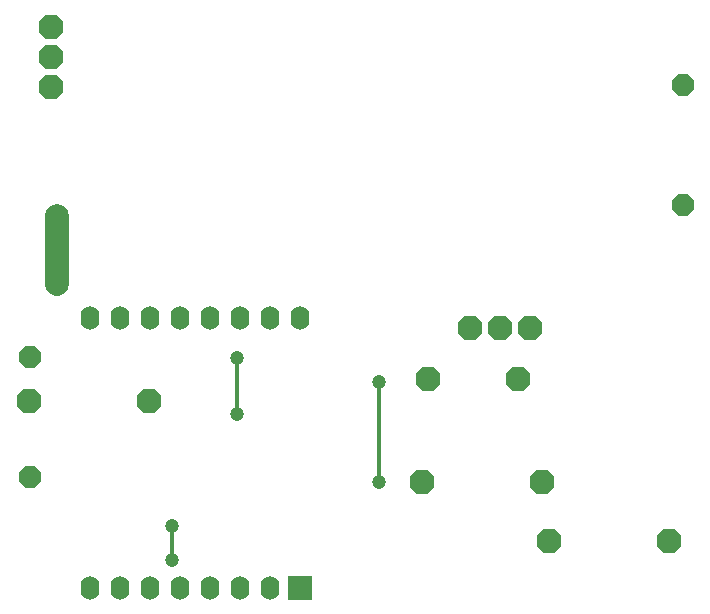
<source format=gbr>
%TF.GenerationSoftware,KiCad,Pcbnew,7.0.7*%
%TF.CreationDate,2023-09-08T08:11:20+02:00*%
%TF.ProjectId,D1Mini_Wuerfel_aktuell,44314d69-6e69-45f5-9775-657266656c5f,rev?*%
%TF.SameCoordinates,Original*%
%TF.FileFunction,Copper,L2,Bot*%
%TF.FilePolarity,Positive*%
%FSLAX46Y46*%
G04 Gerber Fmt 4.6, Leading zero omitted, Abs format (unit mm)*
G04 Created by KiCad (PCBNEW 7.0.7) date 2023-09-08 08:11:20*
%MOMM*%
%LPD*%
G01*
G04 APERTURE LIST*
G04 Aperture macros list*
%AMOutline5P*
0 Free polygon, 5 corners , with rotation*
0 The origin of the aperture is its center*
0 number of corners: always 5*
0 $1 to $10 corner X, Y*
0 $11 Rotation angle, in degrees counterclockwise*
0 create outline with 5 corners*
4,1,5,$1,$2,$3,$4,$5,$6,$7,$8,$9,$10,$1,$2,$11*%
%AMOutline6P*
0 Free polygon, 6 corners , with rotation*
0 The origin of the aperture is its center*
0 number of corners: always 6*
0 $1 to $12 corner X, Y*
0 $13 Rotation angle, in degrees counterclockwise*
0 create outline with 6 corners*
4,1,6,$1,$2,$3,$4,$5,$6,$7,$8,$9,$10,$11,$12,$1,$2,$13*%
%AMOutline7P*
0 Free polygon, 7 corners , with rotation*
0 The origin of the aperture is its center*
0 number of corners: always 7*
0 $1 to $14 corner X, Y*
0 $15 Rotation angle, in degrees counterclockwise*
0 create outline with 7 corners*
4,1,7,$1,$2,$3,$4,$5,$6,$7,$8,$9,$10,$11,$12,$13,$14,$1,$2,$15*%
%AMOutline8P*
0 Free polygon, 8 corners , with rotation*
0 The origin of the aperture is its center*
0 number of corners: always 8*
0 $1 to $16 corner X, Y*
0 $17 Rotation angle, in degrees counterclockwise*
0 create outline with 8 corners*
4,1,8,$1,$2,$3,$4,$5,$6,$7,$8,$9,$10,$11,$12,$13,$14,$15,$16,$1,$2,$17*%
G04 Aperture macros list end*
%TA.AperFunction,ComponentPad*%
%ADD10Outline8P,-1.050000X0.434924X-0.434924X1.050000X0.434924X1.050000X1.050000X0.434924X1.050000X-0.434924X0.434924X-1.050000X-0.434924X-1.050000X-1.050000X-0.434924X180.000000*%
%TD*%
%TA.AperFunction,ComponentPad*%
%ADD11Outline8P,-1.050000X0.434924X-0.434924X1.050000X0.434924X1.050000X1.050000X0.434924X1.050000X-0.434924X0.434924X-1.050000X-0.434924X-1.050000X-1.050000X-0.434924X0.000000*%
%TD*%
%TA.AperFunction,ComponentPad*%
%ADD12Outline8P,-0.900000X0.372792X-0.372792X0.900000X0.372792X0.900000X0.900000X0.372792X0.900000X-0.372792X0.372792X-0.900000X-0.372792X-0.900000X-0.900000X-0.372792X270.000000*%
%TD*%
%TA.AperFunction,ComponentPad*%
%ADD13Outline8P,-0.900000X0.372792X-0.372792X0.900000X0.372792X0.900000X0.900000X0.372792X0.900000X-0.372792X0.372792X-0.900000X-0.372792X-0.900000X-0.900000X-0.372792X90.000000*%
%TD*%
%TA.AperFunction,ComponentPad*%
%ADD14Outline8P,-1.050000X0.434924X-0.434924X1.050000X0.434924X1.050000X1.050000X0.434924X1.050000X-0.434924X0.434924X-1.050000X-0.434924X-1.050000X-1.050000X-0.434924X270.000000*%
%TD*%
%TA.AperFunction,ComponentPad*%
%ADD15R,2.000000X2.000000*%
%TD*%
%TA.AperFunction,ComponentPad*%
%ADD16O,1.600000X2.000000*%
%TD*%
%TA.AperFunction,ViaPad*%
%ADD17C,2.000000*%
%TD*%
%TA.AperFunction,ViaPad*%
%ADD18C,1.200000*%
%TD*%
%TA.AperFunction,Conductor*%
%ADD19C,2.000000*%
%TD*%
%TA.AperFunction,Conductor*%
%ADD20C,0.300000*%
%TD*%
G04 APERTURE END LIST*
D10*
%TO.P,U2,1,+VIN*%
%TO.N,U2_VIN*%
X147540000Y-131000000D03*
%TO.P,U2,2,GND*%
%TO.N,GND*%
X145000000Y-131000000D03*
%TO.P,U2,3,+VOUT*%
%TO.N,+5V*%
X142460000Y-131000000D03*
%TD*%
%TO.P,D26,1,1*%
%TO.N,+5V*%
X146560000Y-135250000D03*
%TO.P,D26,2,2*%
%TO.N,+5VD*%
X138940000Y-135250000D03*
%TD*%
D11*
%TO.P,D28,1,1*%
%TO.N,/D7*%
X149170000Y-149000000D03*
%TO.P,D28,2,2*%
%TO.N,Net-(D27-Pad2)*%
X159330000Y-149000000D03*
%TD*%
D12*
%TO.P,BAT1,1,1*%
%TO.N,+9V*%
X105250000Y-143580000D03*
%TO.P,BAT1,2,2*%
%TO.N,GND*%
X105250000Y-133420000D03*
%TD*%
D13*
%TO.P,R2,1,1*%
%TO.N,/D8*%
X160500000Y-120580000D03*
%TO.P,R2,2,2*%
%TO.N,Net-(D5-DIN)*%
X160500000Y-110420000D03*
%TD*%
D11*
%TO.P,R1_THT1,1,1*%
%TO.N,+9V*%
X105170000Y-137160000D03*
%TO.P,R1_THT1,2,2*%
%TO.N,XFET*%
X115330000Y-137160000D03*
%TD*%
%TO.P,D27,1,1*%
%TO.N,XFET*%
X138420000Y-144000000D03*
%TO.P,D27,2,2*%
%TO.N,Net-(D27-Pad2)*%
X148580000Y-144000000D03*
%TD*%
D14*
%TO.P,K1,1,1*%
%TO.N,+5V*%
X107000000Y-105460000D03*
%TO.P,K1,2,2*%
%TO.N,Net-(D21-DOUT)*%
X107000000Y-108000000D03*
%TO.P,K1,3,3*%
%TO.N,GND*%
X107000000Y-110540000D03*
%TD*%
D15*
%TO.P,U1,1,~{RST}*%
%TO.N,unconnected-(U1-~{RST}-Pad1)*%
X128070000Y-152945000D03*
D16*
%TO.P,U1,2,A0*%
%TO.N,unconnected-(U1-A0-Pad2)*%
X125530000Y-152945000D03*
%TO.P,U1,3,D0*%
%TO.N,unconnected-(U1-D0-Pad3)*%
X122990000Y-152945000D03*
%TO.P,U1,4,SCK/D5*%
%TO.N,/D5*%
X120450000Y-152945000D03*
%TO.P,U1,5,MISO/D6*%
%TO.N,/D6*%
X117910000Y-152945000D03*
%TO.P,U1,6,MOSI/D7*%
%TO.N,/D7*%
X115370000Y-152945000D03*
%TO.P,U1,7,CS/D8*%
%TO.N,/D8*%
X112830000Y-152945000D03*
%TO.P,U1,8,3V3*%
%TO.N,unconnected-(U1-3V3-Pad8)*%
X110290000Y-152945000D03*
%TO.P,U1,9,5V*%
%TO.N,+5VD*%
X110290000Y-130085000D03*
%TO.P,U1,10,GND*%
%TO.N,GND*%
X112830000Y-130085000D03*
%TO.P,U1,11,D4*%
%TO.N,unconnected-(U1-D4-Pad11)*%
X115370000Y-130085000D03*
%TO.P,U1,12,D3*%
%TO.N,unconnected-(U1-D3-Pad12)*%
X117910000Y-130085000D03*
%TO.P,U1,13,SDA/D2*%
%TO.N,unconnected-(U1-SDA{slash}D2-Pad13)*%
X120450000Y-130085000D03*
%TO.P,U1,14,SCL/D1*%
%TO.N,D1*%
X122990000Y-130085000D03*
%TO.P,U1,15,RX*%
%TO.N,unconnected-(U1-RX-Pad15)*%
X125530000Y-130085000D03*
%TO.P,U1,16,TX*%
%TO.N,unconnected-(U1-TX-Pad16)*%
X128070000Y-130085000D03*
%TD*%
D17*
%TO.N,GND*%
X107500000Y-127250000D03*
X107500000Y-121500000D03*
D18*
%TO.N,XFET*%
X134750000Y-135500000D03*
X134750000Y-144000000D03*
%TO.N,/D7*%
X117250000Y-150649500D03*
X117250000Y-147750000D03*
%TO.N,D1*%
X122750000Y-138250000D03*
X122750000Y-133500000D03*
%TD*%
D19*
%TO.N,GND*%
X107500000Y-121500000D02*
X107500000Y-127250000D01*
D20*
%TO.N,XFET*%
X134750000Y-135500000D02*
X134750000Y-144000000D01*
%TO.N,/D7*%
X117250000Y-150649500D02*
X117250000Y-147750000D01*
%TO.N,D1*%
X122750000Y-138125000D02*
X122750000Y-133375000D01*
%TD*%
M02*

</source>
